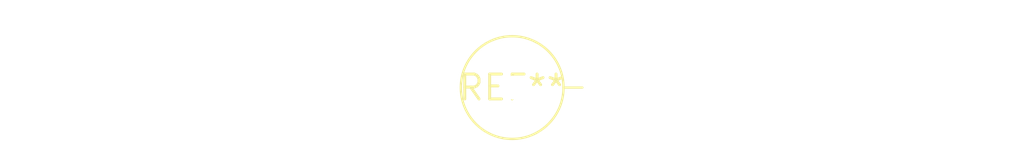
<source format=kicad_pcb>
(kicad_pcb (version 20240108) (generator pcbnew)
  (layers (0 "F.Cu" signal) (31 "B.Cu" signal) (34 "B.Paste" user) (35 "F.Paste" user) (36 "B.SilkS" user "B.Silkscreen") (37 "F.SilkS" user "F.Silkscreen") (38 "B.Mask" user) (39 "F.Mask" user) (44 "Edge.Cuts" user))
  (net 0 "")
  (footprint "R_Axial_DIN0516_L15.5mm_D5.0mm_P5.08mm_Vertical" (layer "F.Cu") (at 0 0)
    (property "Reference" "REF**")
    (property "Value" "R_Axial_DIN0516_L15.5mm_D5.0mm_P5.08mm_Vertical")
    (fp_line (start 2.62 0) (end 3.58 0) (layer "F.SilkS") (stroke (width 0.12)))
    (fp_circle (center 0 0) (end 2.62 0) (layer "F.SilkS") (stroke (width 0.12)) (fill none))
    (pad "1" thru_hole circle (at 0 0) (size 2.4 2.4) (drill 1.2) (layers *.Cu *.Mask) (remove_unused_layers))
    (pad "2" thru_hole oval (at 5.08 0) (size 2.4 2.4) (drill 1.2) (layers *.Cu *.Mask) (remove_unused_layers))
  )
)
</source>
